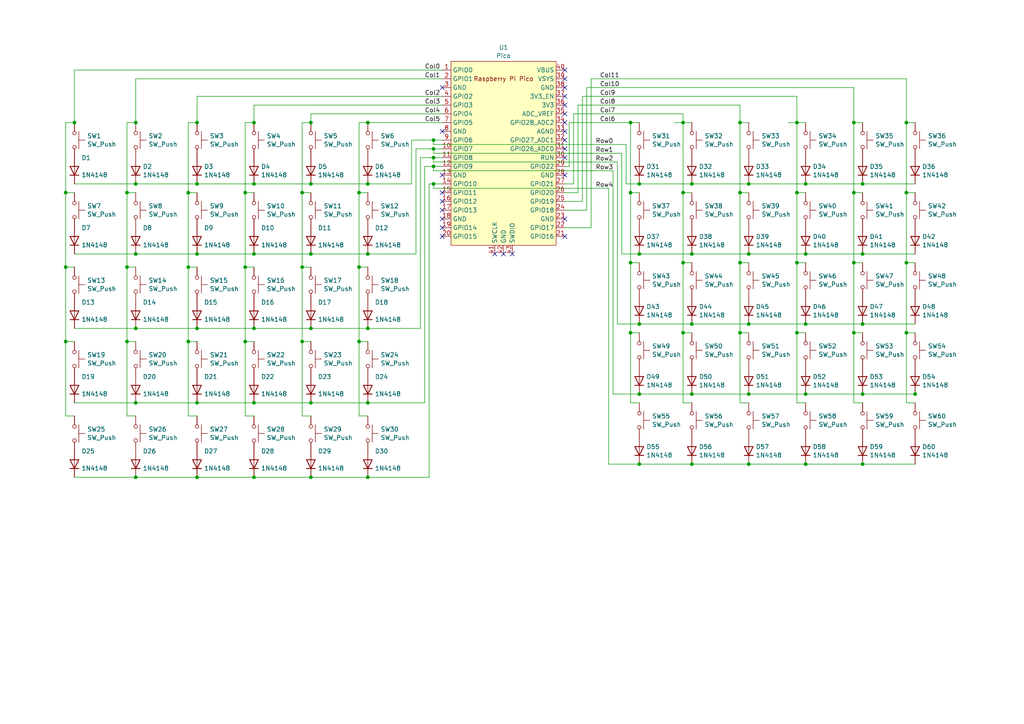
<source format=kicad_sch>
(kicad_sch (version 20230121) (generator eeschema)
  (paper "A4")
  (title_block (title "Keyboard Mk1") (rev "1"))
  (junction (at 265.43 114.3))
  (junction (at 57.15 116.84))
  (junction (at 57.15 53.34))
  (junction (at 39.37 95.25))
  (junction (at 125.73 45.72))
  (junction (at 71.12 55.88))
  (junction (at 233.68 114.3))
  (junction (at 262.89 76.2))
  (junction (at 250.19 114.3))
  (junction (at 90.17 53.34))
  (junction (at 250.19 53.34))
  (junction (at 125.73 43.18))
  (junction (at 217.17 73.66))
  (junction (at 73.66 53.34))
  (junction (at 262.89 35.56))
  (junction (at 90.17 138.43))
  (junction (at 125.73 53.34))
  (junction (at 198.12 55.88))
  (junction (at 57.15 138.43))
  (junction (at 217.17 53.34))
  (junction (at 57.15 35.56))
  (junction (at 250.19 93.98))
  (junction (at 250.19 134.62))
  (junction (at 39.37 73.66))
  (junction (at 262.89 55.88))
  (junction (at 247.65 96.52))
  (junction (at 39.37 53.34))
  (junction (at 73.66 73.66))
  (junction (at 233.68 134.62))
  (junction (at 39.37 138.43))
  (junction (at 36.83 99.06))
  (junction (at 104.14 55.88))
  (junction (at 87.63 99.06))
  (junction (at 106.68 138.43))
  (junction (at 90.17 73.66))
  (junction (at 200.66 114.3))
  (junction (at 233.68 93.98))
  (junction (at 106.68 95.25))
  (junction (at 214.63 76.2))
  (junction (at 21.59 35.56))
  (junction (at 198.12 35.56))
  (junction (at 57.15 73.66))
  (junction (at 87.63 55.88))
  (junction (at 231.14 35.56))
  (junction (at 104.14 99.06))
  (junction (at 198.12 76.2))
  (junction (at 185.42 53.34))
  (junction (at 247.65 35.56))
  (junction (at 185.42 93.98))
  (junction (at 73.66 138.43))
  (junction (at 39.37 116.84))
  (junction (at 250.19 73.66))
  (junction (at 185.42 114.3))
  (junction (at 247.65 76.2))
  (junction (at 217.17 114.3))
  (junction (at 19.05 55.88))
  (junction (at 54.61 77.47))
  (junction (at 231.14 96.52))
  (junction (at 233.68 73.66))
  (junction (at 54.61 99.06))
  (junction (at 182.88 55.88))
  (junction (at 19.05 77.47))
  (junction (at 214.63 55.88))
  (junction (at 39.37 35.56))
  (junction (at 36.83 77.47))
  (junction (at 106.68 73.66))
  (junction (at 200.66 53.34))
  (junction (at 217.17 134.62))
  (junction (at 182.88 96.52))
  (junction (at 231.14 76.2))
  (junction (at 247.65 55.88))
  (junction (at 106.68 116.84))
  (junction (at 214.63 96.52))
  (junction (at 73.66 95.25))
  (junction (at 106.68 53.34))
  (junction (at 262.89 96.52))
  (junction (at 90.17 116.84))
  (junction (at 200.66 93.98))
  (junction (at 73.66 35.56))
  (junction (at 182.88 35.56))
  (junction (at 231.14 55.88))
  (junction (at 182.88 76.2))
  (junction (at 73.66 116.84))
  (junction (at 198.12 96.52))
  (junction (at 214.63 35.56))
  (junction (at 200.66 134.62))
  (junction (at 54.61 55.88))
  (junction (at 200.66 73.66))
  (junction (at 106.68 35.56))
  (junction (at 90.17 95.25))
  (junction (at 185.42 134.62))
  (junction (at 233.68 53.34))
  (junction (at 217.17 93.98))
  (junction (at 36.83 55.88))
  (junction (at 125.73 48.26))
  (junction (at 71.12 99.06))
  (junction (at 19.05 99.06))
  (junction (at 104.14 77.47))
  (junction (at 125.73 40.64))
  (junction (at 185.42 73.66))
  (junction (at 90.17 35.56))
  (junction (at 71.12 77.47))
  (junction (at 87.63 77.47))
  (junction (at 57.15 95.25))
  (no_connect (at 163.83 63.5))
  (no_connect (at 163.83 20.32))
  (no_connect (at 143.51 73.66))
  (no_connect (at 148.59 73.66))
  (no_connect (at 163.83 45.72))
  (no_connect (at 128.27 63.5))
  (no_connect (at 146.05 73.66))
  (no_connect (at 128.27 55.88))
  (no_connect (at 128.27 60.96))
  (no_connect (at 128.27 25.4))
  (no_connect (at 163.83 30.48))
  (no_connect (at 128.27 38.1))
  (no_connect (at 128.27 68.58))
  (no_connect (at 163.83 68.58))
  (no_connect (at 163.83 22.86))
  (no_connect (at 163.83 33.02))
  (no_connect (at 163.83 25.4))
  (no_connect (at 128.27 50.8))
  (no_connect (at 163.83 27.94))
  (no_connect (at 163.83 38.1))
  (no_connect (at 128.27 66.04))
  (no_connect (at 163.83 50.8))
  (no_connect (at 163.83 35.56))
  (no_connect (at 163.83 43.18))
  (no_connect (at 128.27 58.42))
  (no_connect (at 163.83 40.64))
  (wire (pts (xy 262.89 55.88) (xy 262.89 76.2)))
  (wire (pts (xy 182.88 35.56) (xy 185.42 35.56)))
  (wire (pts (xy 262.89 35.56) (xy 262.89 22.86)))
  (wire (pts (xy 73.66 53.34) (xy 90.17 53.34)))
  (wire (pts (xy 247.65 35.56) (xy 247.65 55.88)))
  (wire (pts (xy 54.61 99.06) (xy 54.61 120.65)))
  (wire (pts (xy 39.37 138.43) (xy 57.15 138.43)))
  (wire (pts (xy 182.88 96.52) (xy 185.42 96.52)))
  (wire (pts (xy 124.46 138.43) (xy 106.68 138.43)))
  (wire (pts (xy 90.17 95.25) (xy 106.68 95.25)))
  (wire (pts (xy 214.63 55.88) (xy 214.63 76.2)))
  (wire (pts (xy 21.59 53.34) (xy 39.37 53.34)))
  (wire (pts (xy 125.73 41.91) (xy 125.73 40.64)))
  (wire (pts (xy 181.61 41.91) (xy 125.73 41.91)))
  (wire (pts (xy 163.83 55.88) (xy 167.64 55.88)))
  (wire (pts (xy 36.83 120.65) (xy 39.37 120.65)))
  (wire (pts (xy 214.63 55.88) (xy 217.17 55.88)))
  (wire (pts (xy 106.68 73.66) (xy 120.65 73.66)))
  (wire (pts (xy 87.63 99.06) (xy 87.63 120.65)))
  (wire (pts (xy 185.42 73.66) (xy 180.34 73.66)))
  (wire (pts (xy 166.37 33.02) (xy 166.37 53.34)))
  (wire (pts (xy 21.59 95.25) (xy 39.37 95.25)))
  (wire (pts (xy 104.14 99.06) (xy 104.14 120.65)))
  (wire (pts (xy 128.27 45.72) (xy 125.73 45.72)))
  (wire (pts (xy 214.63 116.84) (xy 217.17 116.84)))
  (wire (pts (xy 262.89 96.52) (xy 265.43 96.52)))
  (wire (pts (xy 39.37 116.84) (xy 57.15 116.84)))
  (wire (pts (xy 250.19 93.98) (xy 265.43 93.98)))
  (wire (pts (xy 214.63 30.48) (xy 167.64 30.48)))
  (wire (pts (xy 231.14 55.88) (xy 233.68 55.88)))
  (wire (pts (xy 36.83 99.06) (xy 39.37 99.06)))
  (wire (pts (xy 19.05 120.65) (xy 21.59 120.65)))
  (wire (pts (xy 19.05 77.47) (xy 21.59 77.47)))
  (wire (pts (xy 39.37 22.86) (xy 39.37 35.56)))
  (wire (pts (xy 87.63 55.88) (xy 87.63 77.47)))
  (wire (pts (xy 231.14 27.94) (xy 168.91 27.94)))
  (wire (pts (xy 71.12 99.06) (xy 73.66 99.06)))
  (wire (pts (xy 177.8 114.3) (xy 177.8 49.53)))
  (wire (pts (xy 123.19 116.84) (xy 106.68 116.84)))
  (wire (pts (xy 163.83 58.42) (xy 168.91 58.42)))
  (wire (pts (xy 87.63 77.47) (xy 87.63 99.06)))
  (wire (pts (xy 262.89 96.52) (xy 262.89 116.84)))
  (wire (pts (xy 90.17 138.43) (xy 106.68 138.43)))
  (wire (pts (xy 198.12 76.2) (xy 200.66 76.2)))
  (wire (pts (xy 231.14 55.88) (xy 231.14 76.2)))
  (wire (pts (xy 87.63 55.88) (xy 90.17 55.88)))
  (wire (pts (xy 21.59 20.32) (xy 21.59 35.56)))
  (wire (pts (xy 125.73 44.45) (xy 180.34 44.45)))
  (wire (pts (xy 106.68 95.25) (xy 121.92 95.25)))
  (wire (pts (xy 125.73 48.26) (xy 123.19 48.26)))
  (wire (pts (xy 163.83 48.26) (xy 165.1 48.26)))
  (wire (pts (xy 182.88 116.84) (xy 185.42 116.84)))
  (wire (pts (xy 71.12 35.56) (xy 71.12 55.88)))
  (wire (pts (xy 36.83 77.47) (xy 36.83 99.06)))
  (wire (pts (xy 214.63 96.52) (xy 214.63 116.84)))
  (wire (pts (xy 233.68 73.66) (xy 250.19 73.66)))
  (wire (pts (xy 217.17 53.34) (xy 233.68 53.34)))
  (wire (pts (xy 182.88 96.52) (xy 182.88 116.84)))
  (wire (pts (xy 247.65 96.52) (xy 247.65 116.84)))
  (wire (pts (xy 247.65 25.4) (xy 170.18 25.4)))
  (wire (pts (xy 19.05 99.06) (xy 19.05 120.65)))
  (wire (pts (xy 262.89 22.86) (xy 171.45 22.86)))
  (wire (pts (xy 39.37 95.25) (xy 57.15 95.25)))
  (wire (pts (xy 104.14 120.65) (xy 106.68 120.65)))
  (wire (pts (xy 198.12 116.84) (xy 200.66 116.84)))
  (wire (pts (xy 176.53 134.62) (xy 176.53 54.61)))
  (wire (pts (xy 87.63 77.47) (xy 90.17 77.47)))
  (wire (pts (xy 185.42 114.3) (xy 200.66 114.3)))
  (wire (pts (xy 247.65 55.88) (xy 247.65 76.2)))
  (wire (pts (xy 120.65 43.18) (xy 120.65 73.66)))
  (wire (pts (xy 123.19 48.26) (xy 123.19 116.84)))
  (wire (pts (xy 198.12 76.2) (xy 198.12 96.52)))
  (wire (pts (xy 231.14 76.2) (xy 233.68 76.2)))
  (wire (pts (xy 217.17 93.98) (xy 233.68 93.98)))
  (wire (pts (xy 165.1 35.56) (xy 182.88 35.56)))
  (wire (pts (xy 214.63 35.56) (xy 214.63 30.48)))
  (wire (pts (xy 167.64 30.48) (xy 167.64 55.88)))
  (wire (pts (xy 185.42 53.34) (xy 200.66 53.34)))
  (wire (pts (xy 36.83 77.47) (xy 39.37 77.47)))
  (wire (pts (xy 57.15 138.43) (xy 73.66 138.43)))
  (wire (pts (xy 104.14 99.06) (xy 106.68 99.06)))
  (wire (pts (xy 198.12 55.88) (xy 198.12 76.2)))
  (wire (pts (xy 106.68 35.56) (xy 128.27 35.56)))
  (wire (pts (xy 104.14 35.56) (xy 104.14 55.88)))
  (wire (pts (xy 57.15 53.34) (xy 73.66 53.34)))
  (wire (pts (xy 54.61 77.47) (xy 57.15 77.47)))
  (wire (pts (xy 262.89 76.2) (xy 265.43 76.2)))
  (wire (pts (xy 170.18 60.96) (xy 163.83 60.96)))
  (wire (pts (xy 200.66 73.66) (xy 217.17 73.66)))
  (wire (pts (xy 262.89 76.2) (xy 262.89 96.52)))
  (wire (pts (xy 73.66 35.56) (xy 71.12 35.56)))
  (wire (pts (xy 247.65 76.2) (xy 247.65 96.52)))
  (wire (pts (xy 128.27 20.32) (xy 21.59 20.32)))
  (wire (pts (xy 200.66 114.3) (xy 217.17 114.3)))
  (wire (pts (xy 250.19 134.62) (xy 265.43 134.62)))
  (wire (pts (xy 233.68 53.34) (xy 250.19 53.34)))
  (wire (pts (xy 125.73 43.18) (xy 120.65 43.18)))
  (wire (pts (xy 163.83 66.04) (xy 171.45 66.04)))
  (wire (pts (xy 233.68 93.98) (xy 250.19 93.98)))
  (wire (pts (xy 104.14 77.47) (xy 104.14 99.06)))
  (wire (pts (xy 87.63 35.56) (xy 87.63 55.88)))
  (wire (pts (xy 217.17 134.62) (xy 233.68 134.62)))
  (wire (pts (xy 231.14 35.56) (xy 228.6 35.56)))
  (wire (pts (xy 198.12 35.56) (xy 198.12 33.02)))
  (wire (pts (xy 233.68 134.62) (xy 250.19 134.62)))
  (wire (pts (xy 125.73 46.99) (xy 125.73 45.72)))
  (wire (pts (xy 19.05 55.88) (xy 21.59 55.88)))
  (wire (pts (xy 90.17 35.56) (xy 87.63 35.56)))
  (wire (pts (xy 128.27 22.86) (xy 39.37 22.86)))
  (wire (pts (xy 231.14 35.56) (xy 231.14 55.88)))
  (wire (pts (xy 90.17 73.66) (xy 106.68 73.66)))
  (wire (pts (xy 182.88 35.56) (xy 182.88 55.88)))
  (wire (pts (xy 217.17 114.3) (xy 233.68 114.3)))
  (wire (pts (xy 19.05 77.47) (xy 19.05 99.06)))
  (wire (pts (xy 185.42 93.98) (xy 200.66 93.98)))
  (wire (pts (xy 185.42 114.3) (xy 177.8 114.3)))
  (wire (pts (xy 128.27 43.18) (xy 125.73 43.18)))
  (wire (pts (xy 128.27 30.48) (xy 73.66 30.48)))
  (wire (pts (xy 247.65 76.2) (xy 250.19 76.2)))
  (wire (pts (xy 250.19 73.66) (xy 265.43 73.66)))
  (wire (pts (xy 247.65 116.84) (xy 250.19 116.84)))
  (wire (pts (xy 125.73 40.64) (xy 119.38 40.64)))
  (wire (pts (xy 54.61 55.88) (xy 54.61 77.47)))
  (wire (pts (xy 36.83 55.88) (xy 36.83 77.47)))
  (wire (pts (xy 19.05 99.06) (xy 21.59 99.06)))
  (wire (pts (xy 166.37 53.34) (xy 163.83 53.34)))
  (wire (pts (xy 165.1 48.26) (xy 165.1 35.56)))
  (wire (pts (xy 119.38 53.34) (xy 106.68 53.34)))
  (wire (pts (xy 198.12 55.88) (xy 200.66 55.88)))
  (wire (pts (xy 247.65 55.88) (xy 250.19 55.88)))
  (wire (pts (xy 128.27 33.02) (xy 90.17 33.02)))
  (wire (pts (xy 71.12 77.47) (xy 73.66 77.47)))
  (wire (pts (xy 233.68 35.56) (xy 231.14 35.56)))
  (wire (pts (xy 71.12 55.88) (xy 73.66 55.88)))
  (wire (pts (xy 19.05 55.88) (xy 19.05 77.47)))
  (wire (pts (xy 198.12 33.02) (xy 166.37 33.02)))
  (wire (pts (xy 233.68 114.3) (xy 250.19 114.3)))
  (wire (pts (xy 262.89 55.88) (xy 265.43 55.88)))
  (wire (pts (xy 171.45 22.86) (xy 171.45 66.04)))
  (wire (pts (xy 177.8 49.53) (xy 125.73 49.53)))
  (wire (pts (xy 170.18 25.4) (xy 170.18 60.96)))
  (wire (pts (xy 181.61 41.91) (xy 181.61 53.34)))
  (wire (pts (xy 125.73 49.53) (xy 125.73 48.26)))
  (wire (pts (xy 128.27 27.94) (xy 57.15 27.94)))
  (wire (pts (xy 90.17 53.34) (xy 106.68 53.34)))
  (wire (pts (xy 21.59 35.56) (xy 19.05 35.56)))
  (wire (pts (xy 73.66 73.66) (xy 90.17 73.66)))
  (wire (pts (xy 128.27 48.26) (xy 125.73 48.26)))
  (wire (pts (xy 231.14 96.52) (xy 231.14 116.84)))
  (wire (pts (xy 57.15 95.25) (xy 73.66 95.25)))
  (wire (pts (xy 214.63 76.2) (xy 217.17 76.2)))
  (wire (pts (xy 182.88 55.88) (xy 185.42 55.88)))
  (wire (pts (xy 231.14 76.2) (xy 231.14 96.52)))
  (wire (pts (xy 57.15 116.84) (xy 73.66 116.84)))
  (wire (pts (xy 125.73 53.34) (xy 124.46 53.34)))
  (wire (pts (xy 250.19 53.34) (xy 265.43 53.34)))
  (wire (pts (xy 217.17 35.56) (xy 214.63 35.56)))
  (wire (pts (xy 200.66 93.98) (xy 217.17 93.98)))
  (wire (pts (xy 39.37 35.56) (xy 36.83 35.56)))
  (wire (pts (xy 36.83 99.06) (xy 36.83 120.65)))
  (wire (pts (xy 73.66 138.43) (xy 90.17 138.43)))
  (wire (pts (xy 128.27 53.34) (xy 125.73 53.34)))
  (wire (pts (xy 198.12 96.52) (xy 200.66 96.52)))
  (wire (pts (xy 217.17 73.66) (xy 233.68 73.66)))
  (wire (pts (xy 90.17 33.02) (xy 90.17 35.56)))
  (wire (pts (xy 214.63 35.56) (xy 214.63 55.88)))
  (wire (pts (xy 265.43 35.56) (xy 262.89 35.56)))
  (wire (pts (xy 247.65 96.52) (xy 250.19 96.52)))
  (wire (pts (xy 21.59 73.66) (xy 39.37 73.66)))
  (wire (pts (xy 214.63 76.2) (xy 214.63 96.52)))
  (wire (pts (xy 36.83 35.56) (xy 36.83 55.88)))
  (wire (pts (xy 39.37 73.66) (xy 57.15 73.66)))
  (wire (pts (xy 71.12 99.06) (xy 71.12 120.65)))
  (wire (pts (xy 57.15 27.94) (xy 57.15 35.56)))
  (wire (pts (xy 176.53 54.61) (xy 125.73 54.61)))
  (wire (pts (xy 265.43 114.3) (xy 250.19 114.3)))
  (wire (pts (xy 21.59 116.84) (xy 39.37 116.84)))
  (wire (pts (xy 121.92 45.72) (xy 121.92 95.25)))
  (wire (pts (xy 247.65 35.56) (xy 247.65 25.4)))
  (wire (pts (xy 185.42 134.62) (xy 200.66 134.62)))
  (wire (pts (xy 71.12 55.88) (xy 71.12 77.47)))
  (wire (pts (xy 200.66 35.56) (xy 198.12 35.56)))
  (wire (pts (xy 124.46 53.34) (xy 124.46 138.43)))
  (wire (pts (xy 200.66 53.34) (xy 217.17 53.34)))
  (wire (pts (xy 57.15 35.56) (xy 54.61 35.56)))
  (wire (pts (xy 180.34 73.66) (xy 180.34 44.45)))
  (wire (pts (xy 54.61 35.56) (xy 54.61 55.88)))
  (wire (pts (xy 231.14 35.56) (xy 231.14 27.94)))
  (wire (pts (xy 73.66 95.25) (xy 90.17 95.25)))
  (wire (pts (xy 119.38 40.64) (xy 119.38 53.34)))
  (wire (pts (xy 125.73 54.61) (xy 125.73 53.34)))
  (wire (pts (xy 262.89 116.84) (xy 265.43 116.84)))
  (wire (pts (xy 179.07 93.98) (xy 179.07 46.99)))
  (wire (pts (xy 104.14 55.88) (xy 104.14 77.47)))
  (wire (pts (xy 231.14 96.52) (xy 233.68 96.52)))
  (wire (pts (xy 125.73 43.18) (xy 125.73 44.45)))
  (wire (pts (xy 198.12 35.56) (xy 195.58 35.56)))
  (wire (pts (xy 54.61 99.06) (xy 57.15 99.06)))
  (wire (pts (xy 182.88 76.2) (xy 185.42 76.2)))
  (wire (pts (xy 54.61 120.65) (xy 57.15 120.65)))
  (wire (pts (xy 262.89 35.56) (xy 262.89 55.88)))
  (wire (pts (xy 104.14 55.88) (xy 106.68 55.88)))
  (wire (pts (xy 54.61 77.47) (xy 54.61 99.06)))
  (wire (pts (xy 182.88 55.88) (xy 182.88 76.2)))
  (wire (pts (xy 200.66 134.62) (xy 217.17 134.62)))
  (wire (pts (xy 87.63 99.06) (xy 90.17 99.06)))
  (wire (pts (xy 73.66 116.84) (xy 90.17 116.84)))
  (wire (pts (xy 214.63 96.52) (xy 217.17 96.52)))
  (wire (pts (xy 106.68 35.56) (xy 104.14 35.56)))
  (wire (pts (xy 19.05 35.56) (xy 19.05 55.88)))
  (wire (pts (xy 36.83 55.88) (xy 39.37 55.88)))
  (wire (pts (xy 128.27 40.64) (xy 125.73 40.64)))
  (wire (pts (xy 198.12 96.52) (xy 198.12 116.84)))
  (wire (pts (xy 185.42 73.66) (xy 200.66 73.66)))
  (wire (pts (xy 185.42 53.34) (xy 181.61 53.34)))
  (wire (pts (xy 71.12 77.47) (xy 71.12 99.06)))
  (wire (pts (xy 54.61 55.88) (xy 57.15 55.88)))
  (wire (pts (xy 104.14 77.47) (xy 106.68 77.47)))
  (wire (pts (xy 265.43 113.03) (xy 265.43 114.3)))
  (wire (pts (xy 71.12 120.65) (xy 73.66 120.65)))
  (wire (pts (xy 87.63 120.65) (xy 90.17 120.65)))
  (wire (pts (xy 73.66 30.48) (xy 73.66 35.56)))
  (wire (pts (xy 168.91 27.94) (xy 168.91 58.42)))
  (wire (pts (xy 185.42 134.62) (xy 176.53 134.62)))
  (wire (pts (xy 21.59 138.43) (xy 39.37 138.43)))
  (wire (pts (xy 39.37 53.34) (xy 57.15 53.34)))
  (wire (pts (xy 185.42 93.98) (xy 179.07 93.98)))
  (wire (pts (xy 179.07 46.99) (xy 125.73 46.99)))
  (wire (pts (xy 90.17 116.84) (xy 106.68 116.84)))
  (wire (pts (xy 198.12 35.56) (xy 198.12 55.88)))
  (wire (pts (xy 231.14 116.84) (xy 233.68 116.84)))
  (wire (pts (xy 250.19 35.56) (xy 247.65 35.56)))
  (wire (pts (xy 182.88 76.2) (xy 182.88 96.52)))
  (wire (pts (xy 125.73 45.72) (xy 121.92 45.72)))
  (wire (pts (xy 57.15 73.66) (xy 73.66 73.66)))
  (label "Row4" (at 172.72 54.61 0))
  (label "Col0" (at 123.19 20.32 0))
  (label "Col7" (at 173.99 33.02 0))
  (label "Row0" (at 172.72 41.91 0))
  (label "Col6" (at 173.99 35.56 0))
  (label "Col2" (at 123.19 27.94 0))
  (label "Col11" (at 173.99 22.86 0))
  (label "Row1" (at 172.72 44.45 0))
  (label "Col4" (at 123.19 33.02 0))
  (label "Col3" (at 123.19 30.48 0))
  (label "Col10" (at 173.99 25.4 0))
  (label "Col8" (at 173.99 30.48 0))
  (label "Col9" (at 173.99 27.94 0))
  (label "Col1" (at 123.19 22.86 0))
  (label "Row2" (at 172.72 46.99 0))
  (label "Col5" (at 123.19 35.56 0))
  (label "Row3" (at 172.72 49.53 0))
  (symbol (lib_id "Switch:SW_Push") (at 21.59 82.55 270) (unit 1)
    (property "Reference" "SW13" (at 25.273 81.3379 90) (effects (justify left)))
    (property "Value" "SW_Push" (at 25.273 83.7621 90) (effects (justify left)))
    (property "Footprint" "PCM_Switch_Keyboard_Cherry_MX:SW_Cherry_MX_Plate_1.00u" (effects hide))
  )
  (symbol (lib_id "Diode:1N4148") (at 39.37 69.85 90) (unit 1)
    (property "Reference" "D8" (at 41.402 66.0979 90) (effects (justify right)))
    (property "Value" "1N4148" (at 41.402 71.0621 90) (effects (justify right)))
    (property "Footprint" "Diode_THT:D_DO-35_SOD27_P7.62mm_Horizontal" (effects hide))
    (property "Datasheet" "https://assets.nexperia.com/documents/data-sheet/1N4148_1N4448.pdf" (effects hide))
    (property "Sim.Device" "D" (effects hide))
    (property "Sim.Pins" "1=K 2=A" (effects hide))
  )
  (symbol (lib_id "Switch:SW_Push") (at 200.66 101.6 270) (unit 1)
    (property "Reference" "SW50" (at 204.343 100.3879 90) (effects (justify left)))
    (property "Value" "SW_Push" (at 204.343 102.8121 90) (effects (justify left)))
    (property "Footprint" "PCM_Switch_Keyboard_Cherry_MX:SW_Cherry_MX_Plate_1.00u" (effects hide))
  )
  (symbol (lib_id "Diode:1N4148") (at 73.66 49.53 90) (unit 1)
    (property "Reference" "D4" (at 75.692 48.3179 90) (effects (justify right)))
    (property "Value" "1N4148" (at 75.692 50.7421 90) (effects (justify right)))
    (property "Footprint" "Diode_THT:D_DO-35_SOD27_P7.62mm_Horizontal" (effects hide))
    (property "Datasheet" "https://assets.nexperia.com/documents/data-sheet/1N4148_1N4448.pdf" (effects hide))
    (property "Sim.Device" "D" (effects hide))
    (property "Sim.Pins" "1=K 2=A" (effects hide))
  )
  (symbol (lib_id "Diode:1N4148") (at 73.66 113.03 90) (unit 1)
    (property "Reference" "D22" (at 75.692 109.2779 90) (effects (justify right)))
    (property "Value" "1N4148" (at 75.692 114.2421 90) (effects (justify right)))
    (property "Footprint" "Diode_THT:D_DO-35_SOD27_P7.62mm_Horizontal" (effects hide))
    (property "Datasheet" "https://assets.nexperia.com/documents/data-sheet/1N4148_1N4448.pdf" (effects hide))
    (property "Sim.Device" "D" (effects hide))
    (property "Sim.Pins" "1=K 2=A" (effects hide))
  )
  (symbol (lib_id "Switch:SW_Push") (at 217.17 101.6 270) (unit 1)
    (property "Reference" "SW51" (at 220.853 100.3879 90) (effects (justify left)))
    (property "Value" "SW_Push" (at 220.853 102.8121 90) (effects (justify left)))
    (property "Footprint" "PCM_Switch_Keyboard_Cherry_MX:SW_Cherry_MX_Plate_1.00u" (effects hide))
  )
  (symbol (lib_id "Diode:1N4148") (at 21.59 113.03 90) (unit 1)
    (property "Reference" "D19" (at 23.622 109.2779 90) (effects (justify right)))
    (property "Value" "1N4148" (at 23.622 114.2421 90) (effects (justify right)))
    (property "Footprint" "Diode_THT:D_DO-35_SOD27_P7.62mm_Horizontal" (effects hide))
    (property "Datasheet" "https://assets.nexperia.com/documents/data-sheet/1N4148_1N4448.pdf" (effects hide))
    (property "Sim.Device" "D" (effects hide))
    (property "Sim.Pins" "1=K 2=A" (effects hide))
  )
  (symbol (lib_id "Switch:SW_Push") (at 90.17 82.55 270) (unit 1)
    (property "Reference" "SW17" (at 93.853 81.3379 90) (effects (justify left)))
    (property "Value" "SW_Push" (at 93.853 83.7621 90) (effects (justify left)))
    (property "Footprint" "PCM_Switch_Keyboard_Cherry_MX:SW_Cherry_MX_Plate_1.00u" (effects hide))
  )
  (symbol (lib_id "Diode:1N4148") (at 185.42 69.85 90) (unit 1)
    (property "Reference" "D37" (at 187.452 68.6379 90) (effects (justify right)))
    (property "Value" "1N4148" (at 187.452 71.0621 90) (effects (justify right)))
    (property "Footprint" "Diode_THT:D_DO-35_SOD27_P7.62mm_Horizontal" (effects hide))
    (property "Datasheet" "https://assets.nexperia.com/documents/data-sheet/1N4148_1N4448.pdf" (effects hide))
    (property "Sim.Device" "D" (effects hide))
    (property "Sim.Pins" "1=K 2=A" (effects hide))
  )
  (symbol (lib_id "Diode:1N4148") (at 73.66 134.62 90) (unit 1)
    (property "Reference" "D28" (at 75.692 130.8679 90) (effects (justify right)))
    (property "Value" "1N4148" (at 75.692 135.8321 90) (effects (justify right)))
    (property "Footprint" "Diode_THT:D_DO-35_SOD27_P7.62mm_Horizontal" (effects hide))
    (property "Datasheet" "https://assets.nexperia.com/documents/data-sheet/1N4148_1N4448.pdf" (effects hide))
    (property "Sim.Device" "D" (effects hide))
    (property "Sim.Pins" "1=K 2=A" (effects hide))
  )
  (symbol (lib_id "Switch:SW_Push") (at 265.43 60.96 270) (unit 1)
    (property "Reference" "SW42" (at 269.113 59.7479 90) (effects (justify left)))
    (property "Value" "SW_Push" (at 269.113 62.1721 90) (effects (justify left)))
    (property "Footprint" "PCM_Switch_Keyboard_Cherry_MX:SW_Cherry_MX_Plate_1.00u" (effects hide))
  )
  (symbol (lib_id "Switch:SW_Push") (at 73.66 40.64 270) (unit 1)
    (property "Reference" "SW4" (at 77.343 39.4279 90) (effects (justify left)))
    (property "Value" "SW_Push" (at 77.343 41.8521 90) (effects (justify left)))
    (property "Footprint" "PCM_Switch_Keyboard_Cherry_MX:SW_Cherry_MX_Plate_1.00u" (effects hide))
  )
  (symbol (lib_id "Switch:SW_Push") (at 39.37 125.73 270) (unit 1)
    (property "Reference" "SW26" (at 43.053 124.5179 90) (effects (justify left)))
    (property "Value" "SW_Push" (at 43.053 126.9421 90) (effects (justify left)))
    (property "Footprint" "PCM_Switch_Keyboard_Cherry_MX:SW_Cherry_MX_Plate_1.00u" (effects hide))
  )
  (symbol (lib_id "Diode:1N4148") (at 39.37 134.62 90) (unit 1)
    (property "Reference" "D26" (at 41.402 130.8679 90) (effects (justify right)))
    (property "Value" "1N4148" (at 41.402 135.8321 90) (effects (justify right)))
    (property "Footprint" "Diode_THT:D_DO-35_SOD27_P7.62mm_Horizontal" (effects hide))
    (property "Datasheet" "https://assets.nexperia.com/documents/data-sheet/1N4148_1N4448.pdf" (effects hide))
    (property "Sim.Device" "D" (effects hide))
    (property "Sim.Pins" "1=K 2=A" (effects hide))
  )
  (symbol (lib_id "Switch:SW_Push") (at 21.59 40.64 270) (unit 1)
    (property "Reference" "SW1" (at 25.273 39.4279 90) (effects (justify left)))
    (property "Value" "SW_Push" (at 25.273 41.8521 90) (effects (justify left)))
    (property "Footprint" "PCM_Switch_Keyboard_Cherry_MX:SW_Cherry_MX_Plate_1.00u" (effects hide))
  )
  (symbol (lib_id "Diode:1N4148") (at 73.66 91.44 90) (unit 1)
    (property "Reference" "D16" (at 75.692 87.6879 90) (effects (justify right)))
    (property "Value" "1N4148" (at 75.692 92.6521 90) (effects (justify right)))
    (property "Footprint" "Diode_THT:D_DO-35_SOD27_P7.62mm_Horizontal" (effects hide))
    (property "Datasheet" "https://assets.nexperia.com/documents/data-sheet/1N4148_1N4448.pdf" (effects hide))
    (property "Sim.Device" "D" (effects hide))
    (property "Sim.Pins" "1=K 2=A" (effects hide))
  )
  (symbol (lib_id "Diode:1N4148") (at 200.66 69.85 90) (unit 1)
    (property "Reference" "D38" (at 202.692 68.6379 90) (effects (justify right)))
    (property "Value" "1N4148" (at 202.692 71.0621 90) (effects (justify right)))
    (property "Footprint" "Diode_THT:D_DO-35_SOD27_P7.62mm_Horizontal" (effects hide))
    (property "Datasheet" "https://assets.nexperia.com/documents/data-sheet/1N4148_1N4448.pdf" (effects hide))
    (property "Sim.Device" "D" (effects hide))
    (property "Sim.Pins" "1=K 2=A" (effects hide))
  )
  (symbol (lib_id "Switch:SW_Push") (at 217.17 81.28 270) (unit 1)
    (property "Reference" "SW45" (at 220.853 80.0679 90) (effects (justify left)))
    (property "Value" "SW_Push" (at 220.853 82.4921 90) (effects (justify left)))
    (property "Footprint" "PCM_Switch_Keyboard_Cherry_MX:SW_Cherry_MX_Plate_1.00u" (effects hide))
  )
  (symbol (lib_id "Switch:SW_Push") (at 57.15 60.96 270) (unit 1)
    (property "Reference" "SW9" (at 60.833 59.7479 90) (effects (justify left)))
    (property "Value" "SW_Push" (at 60.833 62.1721 90) (effects (justify left)))
    (property "Footprint" "PCM_Switch_Keyboard_Cherry_MX:SW_Cherry_MX_Plate_1.00u" (effects hide))
  )
  (symbol (lib_id "Diode:1N4148") (at 233.68 130.81 90) (unit 1)
    (property "Reference" "D58" (at 235.712 129.5979 90) (effects (justify right)))
    (property "Value" "1N4148" (at 235.712 132.0221 90) (effects (justify right)))
    (property "Footprint" "Diode_THT:D_DO-35_SOD27_P7.62mm_Horizontal" (effects hide))
    (property "Datasheet" "https://assets.nexperia.com/documents/data-sheet/1N4148_1N4448.pdf" (effects hide))
    (property "Sim.Device" "D" (effects hide))
    (property "Sim.Pins" "1=K 2=A" (effects hide))
  )
  (symbol (lib_id "Switch:SW_Push") (at 250.19 60.96 270) (unit 1)
    (property "Reference" "SW41" (at 253.873 59.7479 90) (effects (justify left)))
    (property "Value" "SW_Push" (at 253.873 62.1721 90) (effects (justify left)))
    (property "Footprint" "PCM_Switch_Keyboard_Cherry_MX:SW_Cherry_MX_Plate_1.00u" (effects hide))
  )
  (symbol (lib_id "Diode:1N4148") (at 39.37 91.44 90) (unit 1)
    (property "Reference" "D14" (at 41.402 87.6879 90) (effects (justify right)))
    (property "Value" "1N4148" (at 41.402 92.6521 90) (effects (justify right)))
    (property "Footprint" "Diode_THT:D_DO-35_SOD27_P7.62mm_Horizontal" (effects hide))
    (property "Datasheet" "https://assets.nexperia.com/documents/data-sheet/1N4148_1N4448.pdf" (effects hide))
    (property "Sim.Device" "D" (effects hide))
    (property "Sim.Pins" "1=K 2=A" (effects hide))
  )
  (symbol (lib_id "Diode:1N4148") (at 200.66 110.49 90) (unit 1)
    (property "Reference" "D50" (at 202.692 109.2779 90) (effects (justify right)))
    (property "Value" "1N4148" (at 202.692 111.7021 90) (effects (justify right)))
    (property "Footprint" "Diode_THT:D_DO-35_SOD27_P7.62mm_Horizontal" (effects hide))
    (property "Datasheet" "https://assets.nexperia.com/documents/data-sheet/1N4148_1N4448.pdf" (effects hide))
    (property "Sim.Device" "D" (effects hide))
    (property "Sim.Pins" "1=K 2=A" (effects hide))
  )
  (symbol (lib_id "Diode:1N4148") (at 200.66 90.17 90) (unit 1)
    (property "Reference" "D44" (at 202.692 88.9579 90) (effects (justify right)))
    (property "Value" "1N4148" (at 202.692 91.3821 90) (effects (justify right)))
    (property "Footprint" "Diode_THT:D_DO-35_SOD27_P7.62mm_Horizontal" (effects hide))
    (property "Datasheet" "https://assets.nexperia.com/documents/data-sheet/1N4148_1N4448.pdf" (effects hide))
    (property "Sim.Device" "D" (effects hide))
    (property "Sim.Pins" "1=K 2=A" (effects hide))
  )
  (symbol (lib_id "Switch:SW_Push") (at 217.17 121.92 270) (unit 1)
    (property "Reference" "SW57" (at 220.853 120.7079 90) (effects (justify left)))
    (property "Value" "SW_Push" (at 220.853 123.1321 90) (effects (justify left)))
    (property "Footprint" "PCM_Switch_Keyboard_Cherry_MX:SW_Cherry_MX_Plate_1.00u" (effects hide))
  )
  (symbol (lib_id "Switch:SW_Push") (at 233.68 60.96 270) (unit 1)
    (property "Reference" "SW40" (at 237.363 59.7479 90) (effects (justify left)))
    (property "Value" "SW_Push" (at 237.363 62.1721 90) (effects (justify left)))
    (property "Footprint" "PCM_Switch_Keyboard_Cherry_MX:SW_Cherry_MX_Plate_1.00u" (effects hide))
  )
  (symbol (lib_id "Diode:1N4148") (at 265.43 90.17 90) (unit 1)
    (property "Reference" "D48" (at 267.462 88.9579 90) (effects (justify right)))
    (property "Value" "1N4148" (at 267.462 91.3821 90) (effects (justify right)))
    (property "Footprint" "Diode_THT:D_DO-35_SOD27_P7.62mm_Horizontal" (effects hide))
    (property "Datasheet" "https://assets.nexperia.com/documents/data-sheet/1N4148_1N4448.pdf" (effects hide))
    (property "Sim.Device" "D" (effects hide))
    (property "Sim.Pins" "1=K 2=A" (effects hide))
  )
  (symbol (lib_id "Switch:SW_Push") (at 233.68 121.92 270) (unit 1)
    (property "Reference" "SW58" (at 237.363 120.7079 90) (effects (justify left)))
    (property "Value" "SW_Push" (at 237.363 123.1321 90) (effects (justify left)))
    (property "Footprint" "PCM_Switch_Keyboard_Cherry_MX:SW_Cherry_MX_Plate_1.00u" (effects hide))
  )
  (symbol (lib_id "Diode:1N4148") (at 106.68 113.03 90) (unit 1)
    (property "Reference" "D24" (at 108.712 109.2779 90) (effects (justify right)))
    (property "Value" "1N4148" (at 108.712 114.2421 90) (effects (justify right)))
    (property "Footprint" "Diode_THT:D_DO-35_SOD27_P7.62mm_Horizontal" (effects hide))
    (property "Datasheet" "https://assets.nexperia.com/documents/data-sheet/1N4148_1N4448.pdf" (effects hide))
    (property "Sim.Device" "D" (effects hide))
    (property "Sim.Pins" "1=K 2=A" (effects hide))
  )
  (symbol (lib_id "Switch:SW_Push") (at 217.17 60.96 270) (unit 1)
    (property "Reference" "SW39" (at 220.853 59.7479 90) (effects (justify left)))
    (property "Value" "SW_Push" (at 220.853 62.1721 90) (effects (justify left)))
    (property "Footprint" "PCM_Switch_Keyboard_Cherry_MX:SW_Cherry_MX_Plate_1.00u" (effects hide))
  )
  (symbol (lib_id "Switch:SW_Push") (at 106.68 60.96 270) (unit 1)
    (property "Reference" "SW12" (at 110.363 59.7479 90) (effects (justify left)))
    (property "Value" "SW_Push" (at 110.363 62.1721 90) (effects (justify left)))
    (property "Footprint" "PCM_Switch_Keyboard_Cherry_MX:SW_Cherry_MX_Plate_1.00u" (effects hide))
  )
  (symbol (lib_id "Diode:1N4148") (at 233.68 49.53 90) (unit 1)
    (property "Reference" "D34" (at 235.712 48.3179 90) (effects (justify right)))
    (property "Value" "1N4148" (at 235.712 50.7421 90) (effects (justify right)))
    (property "Footprint" "Diode_THT:D_DO-35_SOD27_P7.62mm_Horizontal" (effects hide))
    (property "Datasheet" "https://assets.nexperia.com/documents/data-sheet/1N4148_1N4448.pdf" (effects hide))
    (property "Sim.Device" "D" (effects hide))
    (property "Sim.Pins" "1=K 2=A" (effects hide))
  )
  (symbol (lib_id "Switch:SW_Push") (at 265.43 121.92 270) (unit 1)
    (property "Reference" "SW60" (at 269.113 120.7079 90) (effects (justify left)))
    (property "Value" "SW_Push" (at 269.113 123.1321 90) (effects (justify left)))
    (property "Footprint" "PCM_Switch_Keyboard_Cherry_MX:SW_Cherry_MX_Plate_1.00u" (effects hide))
  )
  (symbol (lib_id "Switch:SW_Push") (at 57.15 82.55 270) (unit 1)
    (property "Reference" "SW15" (at 60.833 81.3379 90) (effects (justify left)))
    (property "Value" "SW_Push" (at 60.833 83.7621 90) (effects (justify left)))
    (property "Footprint" "PCM_Switch_Keyboard_Cherry_MX:SW_Cherry_MX_Plate_1.00u" (effects hide))
  )
  (symbol (lib_id "Switch:SW_Push") (at 90.17 125.73 270) (unit 1)
    (property "Reference" "SW29" (at 93.853 124.5179 90) (effects (justify left)))
    (property "Value" "SW_Push" (at 93.853 126.9421 90) (effects (justify left)))
    (property "Footprint" "PCM_Switch_Keyboard_Cherry_MX:SW_Cherry_MX_Plate_1.00u" (effects hide))
  )
  (symbol (lib_id "Switch:SW_Push") (at 106.68 40.64 270) (unit 1)
    (property "Reference" "SW6" (at 110.363 39.4279 90) (effects (justify left)))
    (property "Value" "SW_Push" (at 110.363 41.8521 90) (effects (justify left)))
    (property "Footprint" "PCM_Switch_Keyboard_Cherry_MX:SW_Cherry_MX_Plate_1.00u" (effects hide))
  )
  (symbol (lib_id "Switch:SW_Push") (at 73.66 125.73 270) (unit 1)
    (property "Reference" "SW28" (at 77.343 124.5179 90) (effects (justify left)))
    (property "Value" "SW_Push" (at 77.343 126.9421 90) (effects (justify left)))
    (property "Footprint" "PCM_Switch_Keyboard_Cherry_MX:SW_Cherry_MX_Plate_1.00u" (effects hide))
  )
  (symbol (lib_id "Diode:1N4148") (at 90.17 113.03 90) (unit 1)
    (property "Reference" "D23" (at 92.202 109.2779 90) (effects (justify right)))
    (property "Value" "1N4148" (at 92.202 114.2421 90) (effects (justify right)))
    (property "Footprint" "Diode_THT:D_DO-35_SOD27_P7.62mm_Horizontal" (effects hide))
    (property "Datasheet" "https://assets.nexperia.com/documents/data-sheet/1N4148_1N4448.pdf" (effects hide))
    (property "Sim.Device" "D" (effects hide))
    (property "Sim.Pins" "1=K 2=A" (effects hide))
  )
  (symbol (lib_id "Switch:SW_Push") (at 185.42 121.92 270) (unit 1)
    (property "Reference" "SW55" (at 189.103 120.7079 90) (effects (justify left)))
    (property "Value" "SW_Push" (at 189.103 123.1321 90) (effects (justify left)))
    (property "Footprint" "PCM_Switch_Keyboard_Cherry_MX:SW_Cherry_MX_Plate_1.00u" (effects hide))
  )
  (symbol (lib_id "Switch:SW_Push") (at 233.68 40.64 270) (unit 1)
    (property "Reference" "SW34" (at 237.363 39.4279 90) (effects (justify left)))
    (property "Value" "SW_Push" (at 237.363 41.8521 90) (effects (justify left)))
    (property "Footprint" "PCM_Switch_Keyboard_Cherry_MX:SW_Cherry_MX_Plate_1.00u" (effects hide))
  )
  (symbol (lib_id "Switch:SW_Push") (at 250.19 81.28 270) (unit 1)
    (property "Reference" "SW47" (at 253.873 80.0679 90) (effects (justify left)))
    (property "Value" "SW_Push" (at 253.873 82.4921 90) (effects (justify left)))
    (property "Footprint" "PCM_Switch_Keyboard_Cherry_MX:SW_Cherry_MX_Plate_1.00u" (effects hide))
  )
  (symbol (lib_id "Switch:SW_Push") (at 21.59 104.14 270) (unit 1)
    (property "Reference" "SW19" (at 25.273 102.9279 90) (effects (justify left)))
    (property "Value" "SW_Push" (at 25.273 105.3521 90) (effects (justify left)))
    (property "Footprint" "PCM_Switch_Keyboard_Cherry_MX:SW_Cherry_MX_Plate_1.00u" (effects hide))
  )
  (symbol (lib_id "Switch:SW_Push") (at 200.66 60.96 270) (unit 1)
    (property "Reference" "SW38" (at 204.343 59.7479 90) (effects (justify left)))
    (property "Value" "SW_Push" (at 204.343 62.1721 90) (effects (justify left)))
    (property "Footprint" "PCM_Switch_Keyboard_Cherry_MX:SW_Cherry_MX_Plate_1.00u" (effects hide))
  )
  (symbol (lib_id "Switch:SW_Push") (at 90.17 40.64 270) (unit 1)
    (property "Reference" "SW5" (at 93.853 39.4279 90) (effects (justify left)))
    (property "Value" "SW_Push" (at 93.853 41.8521 90) (effects (justify left)))
    (property "Footprint" "PCM_Switch_Keyboard_Cherry_MX:SW_Cherry_MX_Plate_1.00u" (effects hide))
  )
  (symbol (lib_id "Diode:1N4148") (at 106.68 49.53 90) (unit 1)
    (property "Reference" "D6" (at 108.712 48.3179 90) (effects (justify right)))
    (property "Value" "1N4148" (at 108.712 50.7421 90) (effects (justify right)))
    (property "Footprint" "Diode_THT:D_DO-35_SOD27_P7.62mm_Horizontal" (effects hide))
    (property "Datasheet" "https://assets.nexperia.com/documents/data-sheet/1N4148_1N4448.pdf" (effects hide))
    (property "Sim.Device" "D" (effects hide))
    (property "Sim.Pins" "1=K 2=A" (effects hide))
  )
  (symbol (lib_id "Switch:SW_Push") (at 73.66 104.14 270) (unit 1)
    (property "Reference" "SW22" (at 77.343 102.9279 90) (effects (justify left)))
    (property "Value" "SW_Push" (at 77.343 105.3521 90) (effects (justify left)))
    (property "Footprint" "PCM_Switch_Keyboard_Cherry_MX:SW_Cherry_MX_Plate_1.00u" (effects hide))
  )
  (symbol (lib_id "Switch:SW_Push") (at 233.68 81.28 270) (unit 1)
    (property "Reference" "SW46" (at 237.363 80.0679 90) (effects (justify left)))
    (property "Value" "SW_Push" (at 237.363 82.4921 90) (effects (justify left)))
    (property "Footprint" "PCM_Switch_Keyboard_Cherry_MX:SW_Cherry_MX_Plate_1.00u" (effects hide))
  )
  (symbol (lib_id "Switch:SW_Push") (at 250.19 101.6 270) (unit 1)
    (property "Reference" "SW53" (at 253.873 100.3879 90) (effects (justify left)))
    (property "Value" "SW_Push" (at 253.873 102.8121 90) (effects (justify left)))
    (property "Footprint" "PCM_Switch_Keyboard_Cherry_MX:SW_Cherry_MX_Plate_1.00u" (effects hide))
  )
  (symbol (lib_id "Diode:1N4148") (at 106.68 91.44 90) (unit 1)
    (property "Reference" "D18" (at 108.712 87.6879 90) (effects (justify right)))
    (property "Value" "1N4148" (at 108.712 92.6521 90) (effects (justify right)))
    (property "Footprint" "Diode_THT:D_DO-35_SOD27_P7.62mm_Horizontal" (effects hide))
    (property "Datasheet" "https://assets.nexperia.com/documents/data-sheet/1N4148_1N4448.pdf" (effects hide))
    (property "Sim.Device" "D" (effects hide))
    (property "Sim.Pins" "1=K 2=A" (effects hide))
  )
  (symbol (lib_id "Switch:SW_Push") (at 106.68 82.55 270) (unit 1)
    (property "Reference" "SW18" (at 110.363 81.3379 90) (effects (justify left)))
    (property "Value" "SW_Push" (at 110.363 83.7621 90) (effects (justify left)))
    (property "Footprint" "PCM_Switch_Keyboard_Cherry_MX:SW_Cherry_MX_Plate_1.00u" (effects hide))
  )
  (symbol (lib_id "Diode:1N4148") (at 233.68 69.85 90) (unit 1)
    (property "Reference" "D40" (at 235.712 68.6379 90) (effects (justify right)))
    (property "Value" "1N4148" (at 235.712 71.0621 90) (effects (justify right)))
    (property "Footprint" "Diode_THT:D_DO-35_SOD27_P7.62mm_Horizontal" (effects hide))
    (property "Datasheet" "https://assets.nexperia.com/documents/data-sheet/1N4148_1N4448.pdf" (effects hide))
    (property "Sim.Device" "D" (effects hide))
    (property "Sim.Pins" "1=K 2=A" (effects hide))
  )
  (symbol (lib_id "Diode:1N4148") (at 73.66 69.85 90) (unit 1)
    (property "Reference" "D10" (at 75.692 66.0979 90) (effects (justify right)))
    (property "Value" "1N4148" (at 75.692 71.0621 90) (effects (justify right)))
    (property "Footprint" "Diode_THT:D_DO-35_SOD27_P7.62mm_Horizontal" (effects hide))
    (property "Datasheet" "https://assets.nexperia.com/documents/data-sheet/1N4148_1N4448.pdf" (effects hide))
    (property "Sim.Device" "D" (effects hide))
    (property "Sim.Pins" "1=K 2=A" (effects hide))
  )
  (symbol (lib_id "Diode:1N4148") (at 21.59 134.62 90) (unit 1)
    (property "Reference" "D25" (at 23.622 130.8679 90) (effects (justify right)))
    (property "Value" "1N4148" (at 23.622 135.8321 90) (effects (justify right)))
    (property "Footprint" "Diode_THT:D_DO-35_SOD27_P7.62mm_Horizontal" (effects hide))
    (property "Datasheet" "https://assets.nexperia.com/documents/data-sheet/1N4148_1N4448.pdf" (effects hide))
    (property "Sim.Device" "D" (effects hide))
    (property "Sim.Pins" "1=K 2=A" (effects hide))
  )
  (symbol (lib_id "Diode:1N4148") (at 233.68 110.49 90) (unit 1)
    (property "Reference" "D52" (at 235.712 109.2779 90) (effects (justify right)))
    (property "Value" "1N4148" (at 235.712 111.7021 90) (effects (justify right)))
    (property "Footprint" "Diode_THT:D_DO-35_SOD27_P7.62mm_Horizontal" (effects hide))
    (property "Datasheet" "https://assets.nexperia.com/documents/data-sheet/1N4148_1N4448.pdf" (effects hide))
    (property "Sim.Device" "D" (effects hide))
    (property "Sim.Pins" "1=K 2=A" (effects hide))
  )
  (symbol (lib_id "Diode:1N4148") (at 185.42 90.17 90) (unit 1)
    (property "Reference" "D43" (at 187.452 88.9579 90) (effects (justify right)))
    (property "Value" "1N4148" (at 187.452 91.3821 90) (effects (justify right)))
    (property "Footprint" "Diode_THT:D_DO-35_SOD27_P7.62mm_Horizontal" (effects hide))
    (property "Datasheet" "https://assets.nexperia.com/documents/data-sheet/1N4148_1N4448.pdf" (effects hide))
    (property "Sim.Device" "D" (effects hide))
    (property "Sim.Pins" "1=K 2=A" (effects hide))
  )
  (symbol (lib_id "Switch:SW_Push") (at 200.66 121.92 270) (unit 1)
    (property "Reference" "SW56" (at 204.343 120.7079 90) (effects (justify left)))
    (property "Value" "SW_Push" (at 204.343 123.1321 90) (effects (justify left)))
    (property "Footprint" "PCM_Switch_Keyboard_Cherry_MX:SW_Cherry_MX_Plate_1.00u" (effects hide))
  )
  (symbol (lib_id "Diode:1N4148") (at 250.19 130.81 90) (unit 1)
    (property "Reference" "D59" (at 252.222 129.5979 90) (effects (justify right)))
    (property "Value" "1N4148" (at 252.222 132.0221 90) (effects (justify right)))
    (property "Footprint" "Diode_THT:D_DO-35_SOD27_P7.62mm_Horizontal" (effects hide))
    (property "Datasheet" "https://assets.nexperia.com/documents/data-sheet/1N4148_1N4448.pdf" (effects hide))
    (property "Sim.Device" "D" (effects hide))
    (property "Sim.Pins" "1=K 2=A" (effects hide))
  )
  (symbol (lib_id "Diode:1N4148") (at 265.43 130.81 90) (unit 1)
    (property "Reference" "D60" (at 267.462 129.5979 90) (effects (justify right)))
    (property "Value" "1N4148" (at 267.462 132.0221 90) (effects (justify right)))
    (property "Footprint" "Diode_THT:D_DO-35_SOD27_P7.62mm_Horizontal" (effects hide))
    (property "Datasheet" "https://assets.nexperia.com/documents/data-sheet/1N4148_1N4448.pdf" (effects hide))
    (property "Sim.Device" "D" (effects hide))
    (property "Sim.Pins" "1=K 2=A" (effects hide))
  )
  (symbol (lib_id "Diode:1N4148") (at 200.66 130.81 90) (unit 1)
    (property "Reference" "D56" (at 202.692 129.5979 90) (effects (justify right)))
    (property "Value" "1N4148" (at 202.692 132.0221 90) (effects (justify right)))
    (property "Footprint" "Diode_THT:D_DO-35_SOD27_P7.62mm_Horizontal" (effects hide))
    (property "Datasheet" "https://assets.nexperia.com/documents/data-sheet/1N4148_1N4448.pdf" (effects hide))
    (property "Sim.Device" "D" (effects hide))
    (property "Sim.Pins" "1=K 2=A" (effects hide))
  )
  (symbol (lib_id "Switch:SW_Push") (at 185.42 60.96 270) (unit 1)
    (property "Reference" "SW37" (at 189.103 59.7479 90) (effects (justify left)))
    (property "Value" "SW_Push" (at 189.103 62.1721 90) (effects (justify left)))
    (property "Footprint" "PCM_Switch_Keyboard_Cherry_MX:SW_Cherry_MX_Plate_1.00u" (effects hide))
  )
  (symbol (lib_id "Switch:SW_Push") (at 265.43 101.6 270) (unit 1)
    (property "Reference" "SW54" (at 269.113 100.3879 90) (effects (justify left)))
    (property "Value" "SW_Push" (at 269.113 102.8121 90) (effects (justify left)))
    (property "Footprint" "PCM_Switch_Keyboard_Cherry_MX:SW_Cherry_MX_Plate_1.00u" (effects hide))
  )
  (symbol (lib_id "Diode:1N4148") (at 233.68 90.17 90) (unit 1)
    (property "Reference" "D46" (at 235.712 88.9579 90) (effects (justify right)))
    (property "Value" "1N4148" (at 235.712 91.3821 90) (effects (justify right)))
    (property "Footprint" "Diode_THT:D_DO-35_SOD27_P7.62mm_Horizontal" (effects hide))
    (property "Datasheet" "https://assets.nexperia.com/documents/data-sheet/1N4148_1N4448.pdf" (effects hide))
    (property "Sim.Device" "D" (effects hide))
    (property "Sim.Pins" "1=K 2=A" (effects hide))
  )
  (symbol (lib_id "Diode:1N4148") (at 250.19 110.49 90) (unit 1)
    (property "Reference" "D53" (at 252.222 109.2779 90) (effects (justify right)))
    (property "Value" "1N4148" (at 252.222 111.7021 90) (effects (justify right)))
    (property "Footprint" "Diode_THT:D_DO-35_SOD27_P7.62mm_Horizontal" (effects hide))
    (property "Datasheet" "https://assets.nexperia.com/documents/data-sheet/1N4148_1N4448.pdf" (effects hide))
    (property "Sim.Device" "D" (effects hide))
    (property "Sim.Pins" "1=K 2=A" (effects hide))
  )
  (symbol (lib_id "Switch:SW_Push") (at 217.17 40.64 270) (unit 1)
    (property "Reference" "SW33" (at 220.853 39.4279 90) (effects (justify left)))
    (property "Value" "SW_Push" (at 220.853 41.8521 90) (effects (justify left)))
    (property "Footprint" "PCM_Switch_Keyboard_Cherry_MX:SW_Cherry_MX_Plate_1.00u" (effects hide))
  )
  (symbol (lib_id "Diode:1N4148") (at 185.42 110.49 90) (unit 1)
    (property "Reference" "D49" (at 187.452 109.2779 90) (effects (justify right)))
    (property "Value" "1N4148" (at 187.452 111.7021 90) (effects (justify right)))
    (property "Footprint" "Diode_THT:D_DO-35_SOD27_P7.62mm_Horizontal" (effects hide))
    (property "Datasheet" "https://assets.nexperia.com/documents/data-sheet/1N4148_1N4448.pdf" (effects hide))
    (property "Sim.Device" "D" (effects hide))
    (property "Sim.Pins" "1=K 2=A" (effects hide))
  )
  (symbol (lib_id "Diode:1N4148") (at 217.17 49.53 90) (unit 1)
    (property "Reference" "D33" (at 219.202 48.3179 90) (effects (justify right)))
    (property "Value" "1N4148" (at 219.202 50.7421 90) (effects (justify right)))
    (property "Footprint" "Diode_THT:D_DO-35_SOD27_P7.62mm_Horizontal" (effects hide))
    (property "Datasheet" "https://assets.nexperia.com/documents/data-sheet/1N4148_1N4448.pdf" (effects hide))
    (property "Sim.Device" "D" (effects hide))
    (property "Sim.Pins" "1=K 2=A" (effects hide))
  )
  (symbol (lib_id "Switch:SW_Push") (at 73.66 82.55 270) (unit 1)
    (property "Reference" "SW16" (at 77.343 81.3379 90) (effects (justify left)))
    (property "Value" "SW_Push" (at 77.343 83.7621 90) (effects (justify left)))
    (property "Footprint" "PCM_Switch_Keyboard_Cherry_MX:SW_Cherry_MX_Plate_1.00u" (effects hide))
  )
  (symbol (lib_id "Diode:1N4148") (at 57.15 91.44 90) (unit 1)
    (property "Reference" "D15" (at 59.182 87.6879 90) (effects (justify right)))
    (property "Value" "1N4148" (at 59.182 92.6521 90) (effects (justify right)))
    (property "Footprint" "Diode_THT:D_DO-35_SOD27_P7.62mm_Horizontal" (effects hide))
    (property "Datasheet" "https://assets.nexperia.com/documents/data-sheet/1N4148_1N4448.pdf" (effects hide))
    (property "Sim.Device" "D" (effects hide))
    (property "Sim.Pins" "1=K 2=A" (effects hide))
  )
  (symbol (lib_id "Switch:SW_Push") (at 185.42 101.6 270) (unit 1)
    (property "Reference" "SW49" (at 189.103 100.3879 90) (effects (justify left)))
    (property "Value" "SW_Push" (at 189.103 102.8121 90) (effects (justify left)))
    (property "Footprint" "PCM_Switch_Keyboard_Cherry_MX:SW_Cherry_MX_Plate_1.00u" (effects hide))
  )
  (symbol (lib_id "Switch:SW_Push") (at 21.59 125.73 270) (unit 1)
    (property "Reference" "SW25" (at 25.273 124.5179 90) (effects (justify left)))
    (property "Value" "SW_Push" (at 25.273 126.9421 90) (effects (justify left)))
    (property "Footprint" "PCM_Switch_Keyboard_Cherry_MX:SW_Cherry_MX_Plate_1.00u" (effects hide))
  )
  (symbol (lib_id "Switch:SW_Push") (at 106.68 125.73 270) (unit 1)
    (property "Reference" "SW30" (at 110.363 124.5179 90) (effects (justify left)))
    (property "Value" "SW_Push" (at 110.363 126.9421 90) (effects (justify left)))
    (property "Footprint" "PCM_Switch_Keyboard_Cherry_MX:SW_Cherry_MX_Plate_1.00u" (effects hide))
  )
  (symbol (lib_id "Diode:1N4148") (at 21.59 91.44 90) (unit 1)
    (property "Reference" "D13" (at 23.622 87.6879 90) (effects (justify right)))
    (property "Value" "1N4148" (at 23.622 92.6521 90) (effects (justify right)))
    (property "Footprint" "Diode_THT:D_DO-35_SOD27_P7.62mm_Horizontal" (effects hide))
    (property "Datasheet" "https://assets.nexperia.com/documents/data-sheet/1N4148_1N4448.pdf" (effects hide))
    (property "Sim.Device" "D" (effects hide))
    (property "Sim.Pins" "1=K 2=A" (effects hide))
  )
  (symbol (lib_id "Switch:SW_Push") (at 39.37 104.14 270) (unit 1)
    (property "Reference" "SW20" (at 43.053 102.9279 90) (effects (justify left)))
    (property "Value" "SW_Push" (at 43.053 105.3521 90) (effects (justify left)))
    (property "Footprint" "PCM_Switch_Keyboard_Cherry_MX:SW_Cherry_MX_Plate_1.00u" (effects hide))
  )
  (symbol (lib_id "Diode:1N4148") (at 185.42 130.81 90) (unit 1)
    (property "Reference" "D55" (at 187.452 129.5979 90) (effects (justify right)))
    (property "Value" "1N4148" (at 187.452 132.0221 90) (effects (justify right)))
    (property "Footprint" "Diode_THT:D_DO-35_SOD27_P7.62mm_Horizontal" (effects hide))
    (property "Datasheet" "https://assets.nexperia.com/documents/data-sheet/1N4148_1N4448.pdf" (effects hide))
    (property "Sim.Device" "D" (effects hide))
    (property "Sim.Pins" "1=K 2=A" (effects hide))
  )
  (symbol (lib_id "Switch:SW_Push") (at 200.66 40.64 270) (unit 1)
    (property "Reference" "SW32" (at 204.343 39.4279 90) (effects (justify left)))
    (property "Value" "SW_Push" (at 204.343 41.8521 90) (effects (justify left)))
    (property "Footprint" "PCM_Switch_Keyboard_Cherry_MX:SW_Cherry_MX_Plate_1.00u" (effects hide))
  )
  (symbol (lib_id "Diode:1N4148") (at 57.15 49.53 90) (unit 1)
    (property "Reference" "D3" (at 59.182 48.3179 90) (effects (justify right)))
    (property "Value" "1N4148" (at 59.182 50.7421 90) (effects (justify right)))
    (property "Footprint" "Diode_THT:D_DO-35_SOD27_P7.62mm_Horizontal" (effects hide))
    (property "Datasheet" "https://assets.nexperia.com/documents/data-sheet/1N4148_1N4448.pdf" (effects hide))
    (property "Sim.Device" "D" (effects hide))
    (property "Sim.Pins" "1=K 2=A" (effects hide))
  )
  (symbol (lib_id "Switch:SW_Push") (at 90.17 104.14 270) (unit 1)
    (property "Reference" "SW23" (at 93.853 102.9279 90) (effects (justify left)))
    (property "Value" "SW_Push" (at 93.853 105.3521 90) (effects (justify left)))
    (property "Footprint" "PCM_Switch_Keyboard_Cherry_MX:SW_Cherry_MX_Plate_1.00u" (effects hide))
  )
  (symbol (lib_id "Switch:SW_Push") (at 57.15 104.14 270) (unit 1)
    (property "Reference" "SW21" (at 60.833 102.9279 90) (effects (justify left)))
    (property "Value" "SW_Push" (at 60.833 105.3521 90) (effects (justify left)))
    (property "Footprint" "PCM_Switch_Keyboard_Cherry_MX:SW_Cherry_MX_Plate_1.00u" (effects hide))
  )
  (symbol (lib_id "Diode:1N4148") (at 106.68 134.62 90) (unit 1)
    (property "Reference" "D30" (at 108.712 130.8679 90) (effects (justify right)))
    (property "Value" "1N4148" (at 108.712 135.8321 90) (effects (justify right)))
    (property "Footprint" "Diode_THT:D_DO-35_SOD27_P7.62mm_Horizontal" (effects hide))
    (property "Datasheet" "https://assets.nexperia.com/documents/data-sheet/1N4148_1N4448.pdf" (effects hide))
    (property "Sim.Device" "D" (effects hide))
    (property "Sim.Pins" "1=K 2=A" (effects hide))
  )
  (symbol (lib_id "Diode:1N4148") (at 21.59 69.85 90) (unit 1)
    (property "Reference" "D7" (at 23.622 66.0979 90) (effects (justify right)))
    (property "Value" "1N4148" (at 23.622 71.0621 90) (effects (justify right)))
    (property "Footprint" "Diode_THT:D_DO-35_SOD27_P7.62mm_Horizontal" (effects hide))
    (property "Datasheet" "https://assets.nexperia.com/documents/data-sheet/1N4148_1N4448.pdf" (effects hide))
    (property "Sim.Device" "D" (effects hide))
    (property "Sim.Pins" "1=K 2=A" (effects hide))
  )
  (symbol (lib_id "Diode:1N4148") (at 250.19 90.17 90) (unit 1)
    (property "Reference" "D47" (at 252.222 88.9579 90) (effects (justify right)))
    (property "Value" "1N4148" (at 252.222 91.3821 90) (effects (justify right)))
    (property "Footprint" "Diode_THT:D_DO-35_SOD27_P7.62mm_Horizontal" (effects hide))
    (property "Datasheet" "https://assets.nexperia.com/documents/data-sheet/1N4148_1N4448.pdf" (effects hide))
    (property "Sim.Device" "D" (effects hide))
    (property "Sim.Pins" "1=K 2=A" (effects hide))
  )
  (symbol (lib_id "Switch:SW_Push") (at 39.37 40.64 270) (unit 1)
    (property "Reference" "SW2" (at 43.053 39.4279 90) (effects (justify left)))
    (property "Value" "SW_Push" (at 43.053 41.8521 90) (effects (justify left)))
    (property "Footprint" "PCM_Switch_Keyboard_Cherry_MX:SW_Cherry_MX_Plate_1.00u" (effects hide))
  )
  (symbol (lib_id "Diode:1N4148") (at 106.68 69.85 90) (unit 1)
    (property "Reference" "D12" (at 108.712 66.0979 90) (effects (justify right)))
    (property "Value" "1N4148" (at 108.712 71.0621 90) (effects (justify right)))
    (property "Footprint" "Diode_THT:D_DO-35_SOD27_P7.62mm_Horizontal" (effects hide))
    (property "Datasheet" "https://assets.nexperia.com/documents/data-sheet/1N4148_1N4448.pdf" (effects hide))
    (property "Sim.Device" "D" (effects hide))
    (property "Sim.Pins" "1=K 2=A" (effects hide))
  )
  (symbol (lib_id "Diode:1N4148") (at 39.37 113.03 90) (unit 1)
    (property "Reference" "D20" (at 41.402 109.2779 90) (effects (justify right)))
    (property "Value" "1N4148" (at 41.402 114.2421 90) (effects (justify right)))
    (property "Footprint" "Diode_THT:D_DO-35_SOD27_P7.62mm_Horizontal" (effects hide))
    (property "Datasheet" "https://assets.nexperia.com/documents/data-sheet/1N4148_1N4448.pdf" (effects hide))
    (property "Sim.Device" "D" (effects hide))
    (property "Sim.Pins" "1=K 2=A" (effects hide))
  )
  (symbol (lib_id "Diode:1N4148") (at 90.17 91.44 90) (unit 1)
    (property "Reference" "D17" (at 92.202 87.6879 90) (effects (justify right)))
    (property "Value" "1N4148" (at 92.202 92.6521 90) (effects (justify right)))
    (property "Footprint" "Diode_THT:D_DO-35_SOD27_P7.62mm_Horizontal" (effects hide))
    (property "Datasheet" "https://assets.nexperia.com/documents/data-sheet/1N4148_1N4448.pdf" (effects hide))
    (property "Sim.Device" "D" (effects hide))
    (property "Sim.Pins" "1=K 2=A" (effects hide))
  )
  (symbol (lib_id "Switch:SW_Push") (at 57.15 40.64 270) (unit 1)
    (property "Reference" "SW3" (at 60.833 39.4279 90) (effects (justify left)))
    (property "Value" "SW_Push" (at 60.833 41.8521 90) (effects (justify left)))
    (property "Footprint" "PCM_Switch_Keyboard_Cherry_MX:SW_Cherry_MX_Plate_1.00u" (effects hide))
  )
  (symbol (lib_id "Switch:SW_Push") (at 39.37 82.55 270) (unit 1)
    (property "Reference" "SW14" (at 43.053 81.3379 90) (effects (justify left)))
    (property "Value" "SW_Push" (at 43.053 83.7621 90) (effects (justify left)))
    (property "Footprint" "PCM_Switch_Keyboard_Cherry_MX:SW_Cherry_MX_Plate_1.00u" (effects hide))
  )
  (symbol (lib_id "Diode:1N4148") (at 90.17 134.62 90) (unit 1)
    (property "Reference" "D29" (at 92.202 130.8679 90) (effects (justify right)))
    (property "Value" "1N4148" (at 92.202 135.8321 90) (effects (justify right)))
    (property "Footprint" "Diode_THT:D_DO-35_SOD27_P7.62mm_Horizontal" (effects hide))
    (property "Datasheet" "https://assets.nexperia.com/documents/data-sheet/1N4148_1N4448.pdf" (effects hide))
    (property "Sim.Device" "D" (effects hide))
    (property "Sim.Pins" "1=K 2=A" (effects hide))
  )
  (symbol (lib_id "Diode:1N4148") (at 217.17 90.17 90) (unit 1)
    (property "Reference" "D45" (at 219.202 88.9579 90) (effects (justify right)))
    (property "Value" "1N4148" (at 219.202 91.3821 90) (effects (justify right)))
    (property "Footprint" "Diode_THT:D_DO-35_SOD27_P7.62mm_Horizontal" (effects hide))
    (property "Datasheet" "https://assets.nexperia.com/documents/data-sheet/1N4148_1N4448.pdf" (effects hide))
    (property "Sim.Device" "D" (effects hide))
    (property "Sim.Pins" "1=K 2=A" (effects hide))
  )
  (symbol (lib_id "Switch:SW_Push") (at 265.43 81.28 270) (unit 1)
    (property "Reference" "SW48" (at 269.113 80.0679 90) (effects (justify left)))
    (property "Value" "SW_Push" (at 269.113 82.4921 90) (effects (justify left)))
    (property "Footprint" "PCM_Switch_Keyboard_Cherry_MX:SW_Cherry_MX_Plate_1.00u" (effects hide))
  )
  (symbol (lib_id "Diode:1N4148") (at 217.17 110.49 90) (unit 1)
    (property "Reference" "D51" (at 219.202 109.2779 90) (effects (justify right)))
    (property "Value" "1N4148" (at 219.202 111.7021 90) (effects (justify right)))
    (property "Footprint" "Diode_THT:D_DO-35_SOD27_P7.62mm_Horizontal" (effects hide))
    (property "Datasheet" "https://assets.nexperia.com/documents/data-sheet/1N4148_1N4448.pdf" (effects hide))
    (property "Sim.Device" "D" (effects hide))
    (property "Sim.Pins" "1=K 2=A" (effects hide))
  )
  (symbol (lib_id "Switch:SW_Push") (at 39.37 60.96 270) (unit 1)
    (property "Reference" "SW8" (at 43.053 59.7479 90) (effects (justify left)))
    (property "Value" "SW_Push" (at 43.053 62.1721 90) (effects (justify left)))
    (property "Footprint" "PCM_Switch_Keyboard_Cherry_MX:SW_Cherry_MX_Plate_1.00u" (effects hide))
  )
  (symbol (lib_id "Diode:1N4148") (at 250.19 69.85 90) (unit 1)
    (property "Reference" "D41" (at 252.222 68.6379 90) (effects (justify right)))
    (property "Value" "1N4148" (at 252.222 71.0621 90) (effects (justify right)))
    (property "Footprint" "Diode_THT:D_DO-35_SOD27_P7.62mm_Horizontal" (effects hide))
    (property "Datasheet" "https://assets.nexperia.com/documents/data-sheet/1N4148_1N4448.pdf" (effects hide))
    (property "Sim.Device" "D" (effects hide))
    (property "Sim.Pins" "1=K 2=A" (effects hide))
  )
  (symbol (lib_id "Diode:1N4148") (at 200.66 49.53 90) (unit 1)
    (property "Reference" "D32" (at 202.692 48.3179 90) (effects (justify right)))
    (property "Value" "1N4148" (at 202.692 50.7421 90) (effects (justify right)))
    (property "Footprint" "Diode_THT:D_DO-35_SOD27_P7.62mm_Horizontal" (effects hide))
    (property "Datasheet" "https://assets.nexperia.com/documents/data-sheet/1N4148_1N4448.pdf" (effects hide))
    (property "Sim.Device" "D" (effects hide))
    (property "Sim.Pins" "1=K 2=A" (effects hide))
  )
  (symbol (lib_id "Switch:SW_Push") (at 90.17 60.96 270) (unit 1)
    (property "Reference" "SW11" (at 93.853 59.7479 90) (effects (justify left)))
    (property "Value" "SW_Push" (at 93.853 62.1721 90) (effects (justify left)))
    (property "Footprint" "PCM_Switch_Keyboard_Cherry_MX:SW_Cherry_MX_Plate_1.00u" (effects hide))
  )
  (symbol (lib_id "Switch:SW_Push") (at 250.19 121.92 270) (unit 1)
    (property "Reference" "SW59" (at 253.873 120.7079 90) (effects (justify left)))
    (property "Value" "SW_Push" (at 253.873 123.1321 90) (effects (justify left)))
    (property "Footprint" "PCM_Switch_Keyboard_Cherry_MX:SW_Cherry_MX_Plate_1.00u" (effects hide))
  )
  (symbol (lib_id "Diode:1N4148") (at 57.15 134.62 90) (unit 1)
    (property "Reference" "D27" (at 59.182 130.8679 90) (effects (justify right)))
    (property "Value" "1N4148" (at 59.182 135.8321 90) (effects (justify right)))
    (property "Footprint" "Diode_THT:D_DO-35_SOD27_P7.62mm_Horizontal" (effects hide))
    (property "Datasheet" "https://assets.nexperia.com/documents/data-sheet/1N4148_1N4448.pdf" (effects hide))
    (property "Sim.Device" "D" (effects hide))
    (property "Sim.Pins" "1=K 2=A" (effects hide))
  )
  (symbol (lib_id "Switch:SW_Push") (at 200.66 81.28 270) (unit 1)
    (property "Reference" "SW44" (at 204.343 80.0679 90) (effects (justify left)))
    (property "Value" "SW_Push" (at 204.343 82.4921 90) (effects (justify left)))
    (property "Footprint" "PCM_Switch_Keyboard_Cherry_MX:SW_Cherry_MX_Plate_1.00u" (effects hide))
  )
  (symbol (lib_id "Switch:SW_Push") (at 185.42 40.64 270) (unit 1)
    (property "Reference" "SW31" (at 189.103 39.4279 90) (effects (justify left)))
    (property "Value" "SW_Push" (at 189.103 41.8521 90) (effects (justify left)))
    (property "Footprint" "PCM_Switch_Keyboard_Cherry_MX:SW_Cherry_MX_Plate_1.00u" (effects hide))
  )
  (symbol (lib_id "MCU_RaspberryPi_and_Boards:Pico") (at 146.05 44.45 0) (unit 1)
    (property "Reference" "U1" (at 146.05 13.7627 0))
    (property "Value" "Pico" (at 146.05 16.1869 0))
    (property "Footprint" "RPi_Pico:RPi_Pico_SMD_TH" (effects hide))
  )
  (symbol (lib_id "Switch:SW_Push") (at 106.68 104.14 270) (unit 1)
    (property "Reference" "SW24" (at 110.363 102.9279 90) (effects (justify left)))
    (property "Value" "SW_Push" (at 110.363 105.3521 90) (effects (justify left)))
    (property "Footprint" "PCM_Switch_Keyboard_Cherry_MX:SW_Cherry_MX_Plate_1.00u" (effects hide))
  )
  (symbol (lib_id "Switch:SW_Push") (at 73.66 60.96 270) (unit 1)
    (property "Reference" "SW10" (at 77.343 59.7479 90) (effects (justify left)))
    (property "Value" "SW_Push" (at 77.343 62.1721 90) (effects (justify left)))
    (property "Footprint" "PCM_Switch_Keyboard_Cherry_MX:SW_Cherry_MX_Plate_1.00u" (effects hide))
  )
  (symbol (lib_id "Diode:1N4148") (at 90.17 49.53 90) (unit 1)
    (property "Reference" "D5" (at 92.202 48.3179 90) (effects (justify right)))
    (property "Value" "1N4148" (at 92.202 50.7421 90) (effects (justify right)))
    (property "Footprint" "Diode_THT:D_DO-35_SOD27_P7.62mm_Horizontal" (effects hide))
    (property "Datasheet" "https://assets.nexperia.com/documents/data-sheet/1N4148_1N4448.pdf" (effects hide))
    (property "Sim.Device" "D" (effects hide))
    (property "Sim.Pins" "1=K 2=A" (effects hide))
  )
  (symbol (lib_id "Diode:1N4148") (at 265.43 69.85 90) (unit 1)
    (property "Reference" "D42" (at 267.462 68.6379 90) (effects (justify right)))
    (property "Value" "1N4148" (at 267.462 71.0621 90) (effects (justify right)))
    (property "Footprint" "Diode_THT:D_DO-35_SOD27_P7.62mm_Horizontal" (effects hide))
    (property "Datasheet" "https://assets.nexperia.com/documents/data-sheet/1N4148_1N4448.pdf" (effects hide))
    (property "Sim.Device" "D" (effects hide))
    (property "Sim.Pins" "1=K 2=A" (effects hide))
  )
  (symbol (lib_id "Diode:1N4148") (at 265.43 110.49 90) (unit 1)
    (property "Reference" "D54" (at 267.462 109.2779 90) (effects (justify right)))
    (property "Value" "1N4148" (at 267.462 111.7021 90) (effects (justify right)))
    (property "Footprint" "Diode_THT:D_DO-35_SOD27_P7.62mm_Horizontal" (effects hide))
    (property "Datasheet" "https://assets.nexperia.com/documents/data-sheet/1N4148_1N4448.pdf" (effects hide))
    (property "Sim.Device" "D" (effects hide))
    (property "Sim.Pins" "1=K 2=A" (effects hide))
  )
  (symbol (lib_id "Switch:SW_Push") (at 57.15 125.73 270) (unit 1)
    (property "Reference" "SW27" (at 60.833 124.5179 90) (effects (justify left)))
    (property "Value" "SW_Push" (at 60.833 126.9421 90) (effects (justify left)))
    (property "Footprint" "PCM_Switch_Keyboard_Cherry_MX:SW_Cherry_MX_Plate_1.00u" (effects hide))
  )
  (symbol (lib_id "Diode:1N4148") (at 250.19 49.53 90) (unit 1)
    (property "Reference" "D35" (at 252.222 48.3179 90) (effects (justify right)))
    (property "Value" "1N4148" (at 252.222 50.7421 90) (effects (justify right)))
    (property "Footprint" "Diode_THT:D_DO-35_SOD27_P7.62mm_Horizontal" (effects hide))
    (property "Datasheet" "https://assets.nexperia.com/documents/data-sheet/1N4148_1N4448.pdf" (effects hide))
    (property "Sim.Device" "D" (effects hide))
    (property "Sim.Pins" "1=K 2=A" (effects hide))
  )
  (symbol (lib_id "Diode:1N4148") (at 39.37 49.53 90) (unit 1)
    (property "Reference" "D2" (at 41.402 48.3179 90) (effects (justify right)))
    (property "Value" "1N4148" (at 41.402 50.7421 90) (effects (justify right)))
    (property "Footprint" "Diode_THT:D_DO-35_SOD27_P7.62mm_Horizontal" (effects hide))
    (property "Datasheet" "https://assets.nexperia.com/documents/data-sheet/1N4148_1N4448.pdf" (effects hide))
    (property "Sim.Device" "D" (effects hide))
    (property "Sim.Pins" "1=K 2=A" (effects hide))
  )
  (symbol (lib_id "Diode:1N4148") (at 57.15 113.03 90) (unit 1)
    (property "Reference" "D21" (at 59.182 109.2779 90) (effects (justify right)))
    (property "Value" "1N4148" (at 59.182 114.2421 90) (effects (justify right)))
    (property "Footprint" "Diode_THT:D_DO-35_SOD27_P7.62mm_Horizontal" (effects hide))
    (property "Datasheet" "https://assets.nexperia.com/documents/data-sheet/1N4148_1N4448.pdf" (effects hide))
    (property "Sim.Device" "D" (effects hide))
    (property "Sim.Pins" "1=K 2=A" (effects hide))
  )
  (symbol (lib_id "Diode:1N4148") (at 185.42 49.53 90) (unit 1)
    (property "Reference" "D31" (at 187.452 48.3179 90) (effects (justify right)))
    (property "Value" "1N4148" (at 187.452 50.7421 90) (effects (justify right)))
    (property "Footprint" "Diode_THT:D_DO-35_SOD27_P7.62mm_Horizontal" (effects hide))
    (property "Datasheet" "https://assets.nexperia.com/documents/data-sheet/1N4148_1N4448.pdf" (effects hide))
    (property "Sim.Device" "D" (effects hide))
    (property "Sim.Pins" "1=K 2=A" (effects hide))
  )
  (symbol (lib_id "Switch:SW_Push") (at 250.19 40.64 270) (unit 1)
    (property "Reference" "SW35" (at 253.873 39.4279 90) (effects (justify left)))
    (property "Value" "SW_Push" (at 253.873 41.8521 90) (effects (justify left)))
    (property "Footprint" "PCM_Switch_Keyboard_Cherry_MX:SW_Cherry_MX_Plate_1.00u" (effects hide))
  )
  (symbol (lib_id "Diode:1N4148") (at 217.17 130.81 90) (unit 1)
    (property "Reference" "D57" (at 219.202 129.5979 90) (effects (justify right)))
    (property "Value" "1N4148" (at 219.202 132.0221 90) (effects (justify right)))
    (property "Footprint" "Diode_THT:D_DO-35_SOD27_P7.62mm_Horizontal" (effects hide))
    (property "Datasheet" "https://assets.nexperia.com/documents/data-sheet/1N4148_1N4448.pdf" (effects hide))
    (property "Sim.Device" "D" (effects hide))
    (property "Sim.Pins" "1=K 2=A" (effects hide))
  )
  (symbol (lib_id "Switch:SW_Push") (at 233.68 101.6 270) (unit 1)
    (property "Reference" "SW52" (at 237.363 100.3879 90) (effects (justify left)))
    (property "Value" "SW_Push" (at 237.363 102.8121 90) (effects (justify left)))
    (property "Footprint" "PCM_Switch_Keyboard_Cherry_MX:SW_Cherry_MX_Plate_1.00u" (effects hide))
  )
  (symbol (lib_id "Switch:SW_Push") (at 185.42 81.28 270) (unit 1)
    (property "Reference" "SW43" (at 189.103 80.0679 90) (effects (justify left)))
    (property "Value" "SW_Push" (at 189.103 82.4921 90) (effects (justify left)))
    (property "Footprint" "PCM_Switch_Keyboard_Cherry_MX:SW_Cherry_MX_Plate_1.00u" (effects hide))
  )
  (symbol (lib_id "Diode:1N4148") (at 217.17 69.85 90) (unit 1)
    (property "Reference" "D39" (at 219.202 68.6379 90) (effects (justify right)))
    (property "Value" "1N4148" (at 219.202 71.0621 90) (effects (justify right)))
    (property "Footprint" "Diode_THT:D_DO-35_SOD27_P7.62mm_Horizontal" (effects hide))
    (property "Datasheet" "https://assets.nexperia.com/documents/data-sheet/1N4148_1N4448.pdf" (effects hide))
    (property "Sim.Device" "D" (effects hide))
    (property "Sim.Pins" "1=K 2=A" (effects hide))
  )
  (symbol (lib_id "Switch:SW_Push") (at 21.59 60.96 270) (unit 1)
    (property "Reference" "SW7" (at 25.273 59.7479 90) (effects (justify left)))
    (property "Value" "SW_Push" (at 25.273 62.1721 90) (effects (justify left)))
    (property "Footprint" "PCM_Switch_Keyboard_Cherry_MX:SW_Cherry_MX_Plate_1.00u" (effects hide))
  )
  (symbol (lib_id "Switch:SW_Push") (at 265.43 40.64 270) (unit 1)
    (property "Reference" "SW36" (at 269.113 39.4279 90) (effects (justify left)))
    (property "Value" "SW_Push" (at 269.113 41.8521 90) (effects (justify left)))
    (property "Footprint" "PCM_Switch_Keyboard_Cherry_MX:SW_Cherry_MX_Plate_1.00u" (effects hide))
  )
  (symbol (lib_id "Diode:1N4148") (at 90.17 69.85 90) (unit 1)
    (property "Reference" "D11" (at 92.202 66.0979 90) (effects (justify right)))
    (property "Value" "1N4148" (at 92.202 71.0621 90) (effects (justify right)))
    (property "Footprint" "Diode_THT:D_DO-35_SOD27_P7.62mm_Horizontal" (effects hide))
    (property "Datasheet" "https://assets.nexperia.com/documents/data-sheet/1N4148_1N4448.pdf" (effects hide))
    (property "Sim.Device" "D" (effects hide))
    (property "Sim.Pins" "1=K 2=A" (effects hide))
  )
  (symbol (lib_id "Diode:1N4148") (at 57.15 69.85 90) (unit 1)
    (property "Reference" "D9" (at 59.182 66.0979 90) (effects (justify right)))
    (property "Value" "1N4148" (at 59.182 71.0621 90) (effects (justify right)))
    (property "Footprint" "Diode_THT:D_DO-35_SOD27_P7.62mm_Horizontal" (effects hide))
    (property "Datasheet" "https://assets.nexperia.com/documents/data-sheet/1N4148_1N4448.pdf" (effects hide))
    (property "Sim.Device" "D" (effects hide))
    (property "Sim.Pins" "1=K 2=A" (effects hide))
  )
  (symbol (lib_id "Diode:1N4148") (at 265.43 49.53 90) (unit 1)
    (property "Reference" "D36" (at 267.462 48.3179 90) (effects (justify right)))
    (property "Value" "1N4148" (at 267.462 50.7421 90) (effects (justify right)))
    (property "Footprint" "Diode_THT:D_DO-35_SOD27_P7.62mm_Horizontal" (effects hide))
    (property "Datasheet" "https://assets.nexperia.com/documents/data-sheet/1N4148_1N4448.pdf" (effects hide))
    (property "Sim.Device" "D" (effects hide))
    (property "Sim.Pins" "1=K 2=A" (effects hide))
  )
  (symbol (lib_id "Diode:1N4148") (at 21.59 49.53 90) (unit 1)
    (property "Reference" "D1" (at 23.622 45.7779 90) (effects (justify right)))
    (property "Value" "1N4148" (at 23.622 50.7421 90) (effects (justify right)))
    (property "Footprint" "Diode_THT:D_DO-35_SOD27_P7.62mm_Horizontal" (effects hide))
    (property "Datasheet" "https://assets.nexperia.com/documents/data-sheet/1N4148_1N4448.pdf" (effects hide))
    (property "Sim.Device" "D" (effects hide))
    (property "Sim.Pins" "1=K 2=A" (effects hide))
  )
)
</source>
